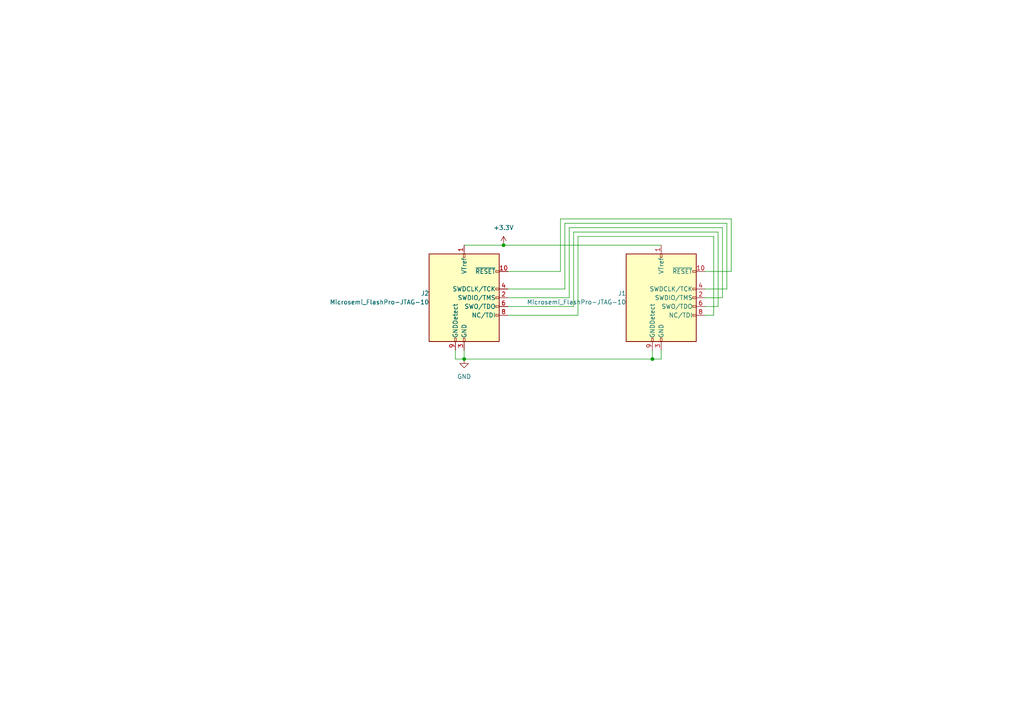
<source format=kicad_sch>
(kicad_sch (version 20230121) (generator eeschema)

  (uuid cb85c933-6c77-4779-b439-8fece6994723)

  (paper "A4")

  (lib_symbols
    (symbol "Connector:Conn_ARM_JTAG_SWD_10" (pin_names (offset 1.016)) (in_bom yes) (on_board yes)
      (property "Reference" "J" (at -2.54 16.51 0)
        (effects (font (size 1.27 1.27)) (justify right))
      )
      (property "Value" "Conn_ARM_JTAG_SWD_10" (at -2.54 13.97 0)
        (effects (font (size 1.27 1.27)) (justify right bottom))
      )
      (property "Footprint" "" (at 0 0 0)
        (effects (font (size 1.27 1.27)) hide)
      )
      (property "Datasheet" "http://infocenter.arm.com/help/topic/com.arm.doc.ddi0314h/DDI0314H_coresight_components_trm.pdf" (at -8.89 -31.75 90)
        (effects (font (size 1.27 1.27)) hide)
      )
      (property "ki_keywords" "Cortex Debug Connector ARM SWD JTAG" (at 0 0 0)
        (effects (font (size 1.27 1.27)) hide)
      )
      (property "ki_description" "Cortex Debug Connector, standard ARM Cortex-M SWD and JTAG interface" (at 0 0 0)
        (effects (font (size 1.27 1.27)) hide)
      )
      (property "ki_fp_filters" "PinHeader?2x05?P1.27mm*" (at 0 0 0)
        (effects (font (size 1.27 1.27)) hide)
      )
      (symbol "Conn_ARM_JTAG_SWD_10_0_1"
        (rectangle (start -10.16 12.7) (end 10.16 -12.7)
          (stroke (width 0.254) (type default))
          (fill (type background))
        )
        (rectangle (start -2.794 -12.7) (end -2.286 -11.684)
          (stroke (width 0) (type default))
          (fill (type none))
        )
        (rectangle (start -0.254 -12.7) (end 0.254 -11.684)
          (stroke (width 0) (type default))
          (fill (type none))
        )
        (rectangle (start -0.254 12.7) (end 0.254 11.684)
          (stroke (width 0) (type default))
          (fill (type none))
        )
        (rectangle (start 9.144 2.286) (end 10.16 2.794)
          (stroke (width 0) (type default))
          (fill (type none))
        )
        (rectangle (start 10.16 -2.794) (end 9.144 -2.286)
          (stroke (width 0) (type default))
          (fill (type none))
        )
        (rectangle (start 10.16 -0.254) (end 9.144 0.254)
          (stroke (width 0) (type default))
          (fill (type none))
        )
        (rectangle (start 10.16 7.874) (end 9.144 7.366)
          (stroke (width 0) (type default))
          (fill (type none))
        )
      )
      (symbol "Conn_ARM_JTAG_SWD_10_1_1"
        (rectangle (start 9.144 -5.334) (end 10.16 -4.826)
          (stroke (width 0) (type default))
          (fill (type none))
        )
        (pin power_in line (at 0 15.24 270) (length 2.54)
          (name "VTref" (effects (font (size 1.27 1.27))))
          (number "1" (effects (font (size 1.27 1.27))))
        )
        (pin open_collector line (at 12.7 7.62 180) (length 2.54)
          (name "~{RESET}" (effects (font (size 1.27 1.27))))
          (number "10" (effects (font (size 1.27 1.27))))
        )
        (pin bidirectional line (at 12.7 0 180) (length 2.54)
          (name "SWDIO/TMS" (effects (font (size 1.27 1.27))))
          (number "2" (effects (font (size 1.27 1.27))))
        )
        (pin power_in line (at 0 -15.24 90) (length 2.54)
          (name "GND" (effects (font (size 1.27 1.27))))
          (number "3" (effects (font (size 1.27 1.27))))
        )
        (pin output line (at 12.7 2.54 180) (length 2.54)
          (name "SWDCLK/TCK" (effects (font (size 1.27 1.27))))
          (number "4" (effects (font (size 1.27 1.27))))
        )
        (pin passive line (at 0 -15.24 90) (length 2.54) hide
          (name "GND" (effects (font (size 1.27 1.27))))
          (number "5" (effects (font (size 1.27 1.27))))
        )
        (pin input line (at 12.7 -2.54 180) (length 2.54)
          (name "SWO/TDO" (effects (font (size 1.27 1.27))))
          (number "6" (effects (font (size 1.27 1.27))))
        )
        (pin no_connect line (at -10.16 0 0) (length 2.54) hide
          (name "KEY" (effects (font (size 1.27 1.27))))
          (number "7" (effects (font (size 1.27 1.27))))
        )
        (pin output line (at 12.7 -5.08 180) (length 2.54)
          (name "NC/TDI" (effects (font (size 1.27 1.27))))
          (number "8" (effects (font (size 1.27 1.27))))
        )
        (pin passive line (at -2.54 -15.24 90) (length 2.54)
          (name "GNDDetect" (effects (font (size 1.27 1.27))))
          (number "9" (effects (font (size 1.27 1.27))))
        )
      )
    )
    (symbol "power:+3.3V" (power) (pin_names (offset 0)) (in_bom yes) (on_board yes)
      (property "Reference" "#PWR" (at 0 -3.81 0)
        (effects (font (size 1.27 1.27)) hide)
      )
      (property "Value" "+3.3V" (at 0 3.556 0)
        (effects (font (size 1.27 1.27)))
      )
      (property "Footprint" "" (at 0 0 0)
        (effects (font (size 1.27 1.27)) hide)
      )
      (property "Datasheet" "" (at 0 0 0)
        (effects (font (size 1.27 1.27)) hide)
      )
      (property "ki_keywords" "global power" (at 0 0 0)
        (effects (font (size 1.27 1.27)) hide)
      )
      (property "ki_description" "Power symbol creates a global label with name \"+3.3V\"" (at 0 0 0)
        (effects (font (size 1.27 1.27)) hide)
      )
      (symbol "+3.3V_0_1"
        (polyline
          (pts
            (xy -0.762 1.27)
            (xy 0 2.54)
          )
          (stroke (width 0) (type default))
          (fill (type none))
        )
        (polyline
          (pts
            (xy 0 0)
            (xy 0 2.54)
          )
          (stroke (width 0) (type default))
          (fill (type none))
        )
        (polyline
          (pts
            (xy 0 2.54)
            (xy 0.762 1.27)
          )
          (stroke (width 0) (type default))
          (fill (type none))
        )
      )
      (symbol "+3.3V_1_1"
        (pin power_in line (at 0 0 90) (length 0) hide
          (name "+3.3V" (effects (font (size 1.27 1.27))))
          (number "1" (effects (font (size 1.27 1.27))))
        )
      )
    )
    (symbol "power:GND" (power) (pin_names (offset 0)) (in_bom yes) (on_board yes)
      (property "Reference" "#PWR" (at 0 -6.35 0)
        (effects (font (size 1.27 1.27)) hide)
      )
      (property "Value" "GND" (at 0 -3.81 0)
        (effects (font (size 1.27 1.27)))
      )
      (property "Footprint" "" (at 0 0 0)
        (effects (font (size 1.27 1.27)) hide)
      )
      (property "Datasheet" "" (at 0 0 0)
        (effects (font (size 1.27 1.27)) hide)
      )
      (property "ki_keywords" "global power" (at 0 0 0)
        (effects (font (size 1.27 1.27)) hide)
      )
      (property "ki_description" "Power symbol creates a global label with name \"GND\" , ground" (at 0 0 0)
        (effects (font (size 1.27 1.27)) hide)
      )
      (symbol "GND_0_1"
        (polyline
          (pts
            (xy 0 0)
            (xy 0 -1.27)
            (xy 1.27 -1.27)
            (xy 0 -2.54)
            (xy -1.27 -1.27)
            (xy 0 -1.27)
          )
          (stroke (width 0) (type default))
          (fill (type none))
        )
      )
      (symbol "GND_1_1"
        (pin power_in line (at 0 0 270) (length 0) hide
          (name "GND" (effects (font (size 1.27 1.27))))
          (number "1" (effects (font (size 1.27 1.27))))
        )
      )
    )
  )

  (junction (at 146.05 71.12) (diameter 0) (color 0 0 0 0)
    (uuid 733e9466-a52d-4b06-8a5a-9f7c18e158db)
  )
  (junction (at 189.23 104.14) (diameter 0) (color 0 0 0 0)
    (uuid dc019d64-6c93-4a5b-82a5-c8fcf212aac3)
  )
  (junction (at 134.62 104.14) (diameter 0) (color 0 0 0 0)
    (uuid f4e636cb-fcef-429a-8911-c58a15316387)
  )

  (wire (pts (xy 209.55 66.04) (xy 209.55 86.36))
    (stroke (width 0) (type default))
    (uuid 0b0c1ae6-e77c-433f-9911-9e8ca0812a30)
  )
  (wire (pts (xy 134.62 104.14) (xy 189.23 104.14))
    (stroke (width 0) (type default))
    (uuid 11204f28-a7f6-4da5-9a3c-928c76887539)
  )
  (wire (pts (xy 210.82 64.77) (xy 210.82 83.82))
    (stroke (width 0) (type default))
    (uuid 112b9227-9b80-461e-9c09-69851dfc750b)
  )
  (wire (pts (xy 207.01 91.44) (xy 204.47 91.44))
    (stroke (width 0) (type default))
    (uuid 116b111c-7b0c-4159-96bb-8518e21aaa42)
  )
  (wire (pts (xy 167.64 91.44) (xy 167.64 68.58))
    (stroke (width 0) (type default))
    (uuid 181e8367-0a48-443e-97a2-56ad3820c532)
  )
  (wire (pts (xy 147.32 78.74) (xy 162.56 78.74))
    (stroke (width 0) (type default))
    (uuid 1dd3ad69-7a06-4976-9e72-6db285861e42)
  )
  (wire (pts (xy 208.28 88.9) (xy 204.47 88.9))
    (stroke (width 0) (type default))
    (uuid 260a1cd0-f13a-46b0-9d56-e797a4312493)
  )
  (wire (pts (xy 191.77 101.6) (xy 191.77 104.14))
    (stroke (width 0) (type default))
    (uuid 2c9af354-62b7-400b-b6e5-4018ebeeec86)
  )
  (wire (pts (xy 210.82 83.82) (xy 204.47 83.82))
    (stroke (width 0) (type default))
    (uuid 368e4958-07da-4865-81d1-e3ed9b9c5414)
  )
  (wire (pts (xy 189.23 101.6) (xy 189.23 104.14))
    (stroke (width 0) (type default))
    (uuid 3c63b22f-9373-44a5-932f-3b6f4ada46e0)
  )
  (wire (pts (xy 132.08 104.14) (xy 134.62 104.14))
    (stroke (width 0) (type default))
    (uuid 4b04c75b-48d9-4cb6-a493-9ed3b63f22e0)
  )
  (wire (pts (xy 209.55 86.36) (xy 204.47 86.36))
    (stroke (width 0) (type default))
    (uuid 51371590-625b-48a9-bb05-cd84622c9c42)
  )
  (wire (pts (xy 147.32 88.9) (xy 166.37 88.9))
    (stroke (width 0) (type default))
    (uuid 57221f56-c698-42d0-8abb-acd34113d52e)
  )
  (wire (pts (xy 167.64 68.58) (xy 207.01 68.58))
    (stroke (width 0) (type default))
    (uuid 5b2debd3-c823-4f68-b68e-f7af48b09af4)
  )
  (wire (pts (xy 166.37 67.31) (xy 208.28 67.31))
    (stroke (width 0) (type default))
    (uuid 5cabc18e-8e6f-4be9-ae43-0f9a14d00b92)
  )
  (wire (pts (xy 146.05 71.12) (xy 191.77 71.12))
    (stroke (width 0) (type default))
    (uuid 6110eb69-0d90-4f17-a302-17edf85aa42e)
  )
  (wire (pts (xy 147.32 91.44) (xy 167.64 91.44))
    (stroke (width 0) (type default))
    (uuid 6de383c4-522e-44a6-bdf6-cea7e7d544d3)
  )
  (wire (pts (xy 134.62 71.12) (xy 146.05 71.12))
    (stroke (width 0) (type default))
    (uuid 70d299ab-d9b8-4b54-b36f-35c5adce68cf)
  )
  (wire (pts (xy 208.28 67.31) (xy 208.28 88.9))
    (stroke (width 0) (type default))
    (uuid 7e974814-b517-4a20-a692-d4c0a9157749)
  )
  (wire (pts (xy 147.32 86.36) (xy 165.1 86.36))
    (stroke (width 0) (type default))
    (uuid 8286354b-5801-40c4-be79-561aad9cd14b)
  )
  (wire (pts (xy 134.62 101.6) (xy 134.62 104.14))
    (stroke (width 0) (type default))
    (uuid 88b01f76-4a4a-4112-a60c-5773aa2f0339)
  )
  (wire (pts (xy 163.83 64.77) (xy 210.82 64.77))
    (stroke (width 0) (type default))
    (uuid 8e2dae39-5ed7-479d-a8de-ef41966fc0a5)
  )
  (wire (pts (xy 189.23 104.14) (xy 191.77 104.14))
    (stroke (width 0) (type default))
    (uuid 93dde5a0-7ce5-4c41-9052-7a0a89d71dd4)
  )
  (wire (pts (xy 207.01 68.58) (xy 207.01 91.44))
    (stroke (width 0) (type default))
    (uuid 945befd5-a862-4b71-867e-00ef1bbe8620)
  )
  (wire (pts (xy 132.08 101.6) (xy 132.08 104.14))
    (stroke (width 0) (type default))
    (uuid 94fd2ac2-7cb8-4257-9796-cf0c5570d760)
  )
  (wire (pts (xy 212.09 63.5) (xy 212.09 78.74))
    (stroke (width 0) (type default))
    (uuid 98665b99-b4fc-4b2e-9693-5aadd3ce0b4c)
  )
  (wire (pts (xy 162.56 63.5) (xy 212.09 63.5))
    (stroke (width 0) (type default))
    (uuid ab33cc06-9042-4093-8aa7-e8709169d97b)
  )
  (wire (pts (xy 165.1 66.04) (xy 209.55 66.04))
    (stroke (width 0) (type default))
    (uuid aec5308b-8105-4ef4-ac3a-3fa4dfe77afe)
  )
  (wire (pts (xy 162.56 78.74) (xy 162.56 63.5))
    (stroke (width 0) (type default))
    (uuid c00e3c8c-8839-43b8-9f87-93a5e781beb1)
  )
  (wire (pts (xy 163.83 83.82) (xy 163.83 64.77))
    (stroke (width 0) (type default))
    (uuid c8e235fa-64ca-49b7-9a2e-feab9aeeab71)
  )
  (wire (pts (xy 212.09 78.74) (xy 204.47 78.74))
    (stroke (width 0) (type default))
    (uuid d63c36cf-7577-4709-8068-f3d1117c1f48)
  )
  (wire (pts (xy 147.32 83.82) (xy 163.83 83.82))
    (stroke (width 0) (type default))
    (uuid df37b977-25b6-4985-a273-7b8eaa5c9728)
  )
  (wire (pts (xy 165.1 86.36) (xy 165.1 66.04))
    (stroke (width 0) (type default))
    (uuid df458b48-bd47-492e-90dd-ad547abd65ba)
  )
  (wire (pts (xy 166.37 88.9) (xy 166.37 67.31))
    (stroke (width 0) (type default))
    (uuid ea9431c8-a7da-4df8-a2ad-2607c4056959)
  )

  (symbol (lib_id "power:+3.3V") (at 146.05 71.12 0) (unit 1)
    (in_bom yes) (on_board yes) (dnp no) (fields_autoplaced)
    (uuid 101152ae-b983-4b15-8314-36008bae35d8)
    (property "Reference" "#PWR02" (at 146.05 74.93 0)
      (effects (font (size 1.27 1.27)) hide)
    )
    (property "Value" "+3.3V" (at 146.05 66.04 0)
      (effects (font (size 1.27 1.27)))
    )
    (property "Footprint" "" (at 146.05 71.12 0)
      (effects (font (size 1.27 1.27)) hide)
    )
    (property "Datasheet" "" (at 146.05 71.12 0)
      (effects (font (size 1.27 1.27)) hide)
    )
    (pin "1" (uuid 28a8c43a-dc9f-416e-9729-d414553272ae))
    (instances
      (project "jtag_adapter"
        (path "/cb85c933-6c77-4779-b439-8fece6994723"
          (reference "#PWR02") (unit 1)
        )
      )
    )
  )

  (symbol (lib_id "Connector:Conn_ARM_JTAG_SWD_10") (at 134.62 86.36 0) (unit 1)
    (in_bom yes) (on_board yes) (dnp no) (fields_autoplaced)
    (uuid 3ca89e26-4fa4-4d2c-b5d2-ec6e64615a86)
    (property "Reference" "J2" (at 124.46 85.09 0)
      (effects (font (size 1.27 1.27)) (justify right))
    )
    (property "Value" "Microsemi_FlashPro-JTAG-10" (at 124.46 87.63 0)
      (effects (font (size 1.27 1.27)) (justify right))
    )
    (property "Footprint" "Connector_PinSocket_2.00mm:PinSocket_2x05_P2.00mm_Vertical" (at 134.62 86.36 0)
      (effects (font (size 1.27 1.27)) hide)
    )
    (property "Datasheet" "http://infocenter.arm.com/help/topic/com.arm.doc.ddi0314h/DDI0314H_coresight_components_trm.pdf" (at 125.73 118.11 90)
      (effects (font (size 1.27 1.27)) hide)
    )
    (pin "1" (uuid 61df3675-55a9-41cb-a1b8-765fa0d8e71e))
    (pin "10" (uuid 5173c149-7ae5-4d3a-b5eb-e83fc90b2d43))
    (pin "2" (uuid 6e1c72f1-0ef7-4217-a683-153191ccec71))
    (pin "3" (uuid 0180d304-78a0-4ad0-bb27-f96aa17814a2))
    (pin "4" (uuid 8444fc92-bb75-4970-8356-316c8de16f52))
    (pin "5" (uuid 8faa517f-80a6-4b2f-9959-98a44912fc3b))
    (pin "6" (uuid 89a5aa81-bc6a-4b74-a85f-94be9bbd9289))
    (pin "7" (uuid 944de9fb-a92a-441a-a4eb-d61801f9b03a))
    (pin "8" (uuid 9b34124c-06e6-446f-9105-866bd98274ed))
    (pin "9" (uuid bc4d61be-052d-4361-85c3-9d5c6813a17a))
    (instances
      (project "jtag_adapter"
        (path "/cb85c933-6c77-4779-b439-8fece6994723"
          (reference "J2") (unit 1)
        )
      )
    )
  )

  (symbol (lib_id "power:GND") (at 134.62 104.14 0) (unit 1)
    (in_bom yes) (on_board yes) (dnp no) (fields_autoplaced)
    (uuid a9fbd694-6184-4ed0-952e-a981c2811430)
    (property "Reference" "#PWR01" (at 134.62 110.49 0)
      (effects (font (size 1.27 1.27)) hide)
    )
    (property "Value" "GND" (at 134.62 109.22 0)
      (effects (font (size 1.27 1.27)))
    )
    (property "Footprint" "" (at 134.62 104.14 0)
      (effects (font (size 1.27 1.27)) hide)
    )
    (property "Datasheet" "" (at 134.62 104.14 0)
      (effects (font (size 1.27 1.27)) hide)
    )
    (pin "1" (uuid 1b136d50-4eef-4441-bb60-ee70d12eebf3))
    (instances
      (project "jtag_adapter"
        (path "/cb85c933-6c77-4779-b439-8fece6994723"
          (reference "#PWR01") (unit 1)
        )
      )
    )
  )

  (symbol (lib_id "Connector:Conn_ARM_JTAG_SWD_10") (at 191.77 86.36 0) (unit 1)
    (in_bom yes) (on_board yes) (dnp no) (fields_autoplaced)
    (uuid f36fd199-208b-4fcd-8d74-90093ce9dff4)
    (property "Reference" "J1" (at 181.61 85.09 0)
      (effects (font (size 1.27 1.27)) (justify right))
    )
    (property "Value" "Microsemi_FlashPro-JTAG-10" (at 181.61 87.63 0)
      (effects (font (size 1.27 1.27)) (justify right))
    )
    (property "Footprint" "Connector_PinHeader_1.27mm:PinHeader_2x05_P1.27mm_Vertical" (at 191.77 86.36 0)
      (effects (font (size 1.27 1.27)) hide)
    )
    (property "Datasheet" "http://infocenter.arm.com/help/topic/com.arm.doc.ddi0314h/DDI0314H_coresight_components_trm.pdf" (at 182.88 118.11 90)
      (effects (font (size 1.27 1.27)) hide)
    )
    (pin "1" (uuid 88b9e298-e43e-4a87-8db8-3e5500695ad0))
    (pin "10" (uuid ddcd815a-8221-498d-a6b4-a2f4cc398aa2))
    (pin "2" (uuid cfd0b1c5-bd33-4205-8f62-a579aa19f68b))
    (pin "3" (uuid c42df0b0-66db-45b6-83fe-0bca7fd91b80))
    (pin "4" (uuid f5e16e65-c3a2-4916-9200-05b904978c2b))
    (pin "5" (uuid 89c8b8b2-31e8-462d-bb79-43248f1e42ad))
    (pin "6" (uuid de8667ed-41e8-425f-a803-c6a1274ce1d3))
    (pin "7" (uuid 1413f90d-e36c-4282-949e-ae057802b77d))
    (pin "8" (uuid 95ac92d4-7076-4e06-91ae-e2d1bbeada82))
    (pin "9" (uuid bba85744-a92a-4864-a268-d66af8d9829e))
    (instances
      (project "jtag_adapter"
        (path "/cb85c933-6c77-4779-b439-8fece6994723"
          (reference "J1") (unit 1)
        )
      )
    )
  )

  (sheet_instances
    (path "/" (page "1"))
  )
)

</source>
